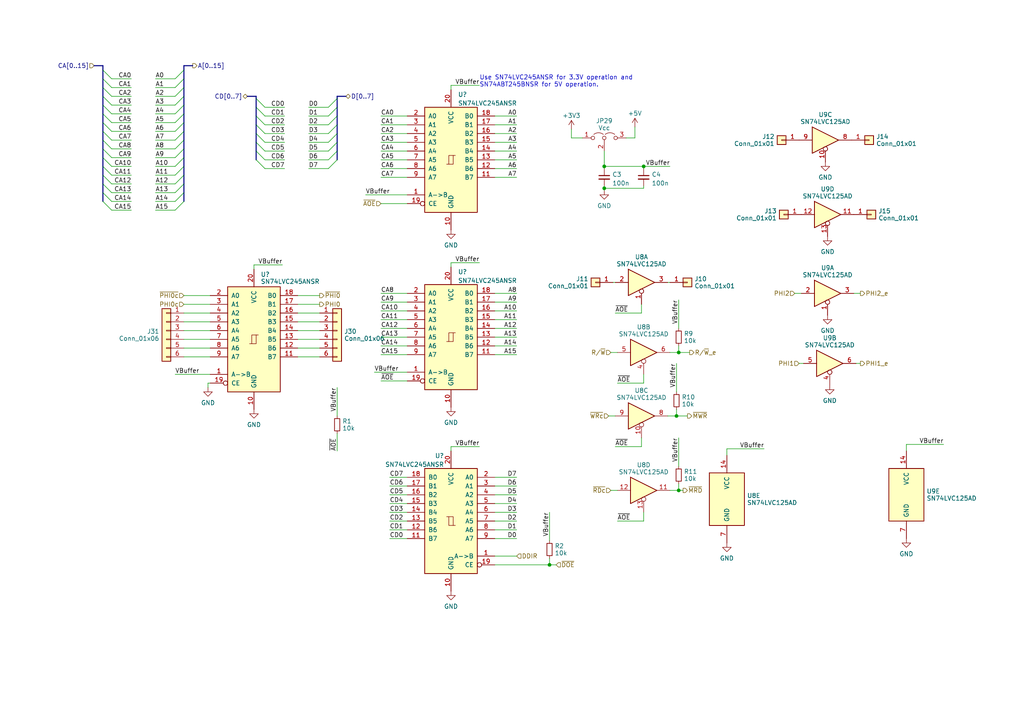
<source format=kicad_sch>
(kicad_sch (version 20230121) (generator eeschema)
  (paper "A4")
  (title_block (title "Unicomp v2 - empty CPU Board") (date "2023-07-06") (rev "v1") (company "100% Offner") (comment 1 "v1: Initial"))
  (lib_symbols
    (symbol "74xx:74LS125" (pin_names (offset 1.016))
      (property "Reference" "U" (at 0 1.27 0))
      (property "Value" "74LS125" (at 0 -1.27 0))
      (symbol "74LS125_1_0"
        (polyline (pts (xy -3.81 3.81) (xy -3.81 -3.81) (xy 3.81 0) (xy -3.81 3.81)) (stroke (width 0.254)) (fill (type background)))
        (pin input inverted (at 0 -6.35 90) (length 4.445) (name "~") (number "1"))
        (pin input line (at -7.62 0 0) (length 3.81) (name "~") (number "2"))
        (pin tri_state line (at 7.62 0 180) (length 3.81) (name "~") (number "3"))
      )
      (symbol "74LS125_2_0"
        (polyline (pts (xy -3.81 3.81) (xy -3.81 -3.81) (xy 3.81 0) (xy -3.81 3.81)) (stroke (width 0.254)) (fill (type background)))
        (pin input inverted (at 0 -6.35 90) (length 4.445) (name "~") (number "4"))
        (pin input line (at -7.62 0 0) (length 3.81) (name "~") (number "5"))
        (pin tri_state line (at 7.62 0 180) (length 3.81) (name "~") (number "6"))
      )
      (symbol "74LS125_3_0"
        (polyline (pts (xy -3.81 3.81) (xy -3.81 -3.81) (xy 3.81 0) (xy -3.81 3.81)) (stroke (width 0.254)) (fill (type background)))
        (pin input inverted (at 0 -6.35 90) (length 4.445) (name "~") (number "10"))
        (pin tri_state line (at 7.62 0 180) (length 3.81) (name "~") (number "8"))
        (pin input line (at -7.62 0 0) (length 3.81) (name "~") (number "9"))
      )
      (symbol "74LS125_4_0"
        (polyline (pts (xy -3.81 3.81) (xy -3.81 -3.81) (xy 3.81 0) (xy -3.81 3.81)) (stroke (width 0.254)) (fill (type background)))
        (pin tri_state line (at 7.62 0 180) (length 3.81) (name "~") (number "11"))
        (pin input line (at -7.62 0 0) (length 3.81) (name "~") (number "12"))
        (pin input inverted (at 0 -6.35 90) (length 4.445) (name "~") (number "13"))
      )
      (symbol "74LS125_5_0"
        (pin power_in line (at 0 12.7 270) (length 5.08) (name "VCC") (number "14"))
        (pin power_in line (at 0 -12.7 90) (length 5.08) (name "GND") (number "7"))
      )
      (symbol "74LS125_5_1"
        (rectangle (start -5.08 7.62) (end 5.08 -7.62) (stroke (width 0.254)) (fill (type background)))
      )
    )
    (symbol "74xx:74LS245" (pin_names (offset 1.016))
      (property "Reference" "U" (at -7.62 16.51 0))
      (property "Value" "74LS245" (at -7.62 -16.51 0))
      (symbol "74LS245_1_0"
        (polyline (pts (xy -0.635 -1.27) (xy -0.635 1.27) (xy 0.635 1.27)))
        (polyline (pts (xy -1.27 -1.27) (xy 0.635 -1.27) (xy 0.635 1.27) (xy 1.27 1.27)))
        (pin input line (at -12.7 -10.16 0) (length 5.08) (name "A->B") (number "1"))
        (pin power_in line (at 0 -20.32 90) (length 5.08) (name "GND") (number "10"))
        (pin tri_state line (at 12.7 -5.08 180) (length 5.08) (name "B7") (number "11"))
        (pin tri_state line (at 12.7 -2.54 180) (length 5.08) (name "B6") (number "12"))
        (pin tri_state line (at 12.7 0 180) (length 5.08) (name "B5") (number "13"))
        (pin tri_state line (at 12.7 2.54 180) (length 5.08) (name "B4") (number "14"))
        (pin tri_state line (at 12.7 5.08 180) (length 5.08) (name "B3") (number "15"))
        (pin tri_state line (at 12.7 7.62 180) (length 5.08) (name "B2") (number "16"))
        (pin tri_state line (at 12.7 10.16 180) (length 5.08) (name "B1") (number "17"))
        (pin tri_state line (at 12.7 12.7 180) (length 5.08) (name "B0") (number "18"))
        (pin input inverted (at -12.7 -12.7 0) (length 5.08) (name "CE") (number "19"))
        (pin tri_state line (at -12.7 12.7 0) (length 5.08) (name "A0") (number "2"))
        (pin power_in line (at 0 20.32 270) (length 5.08) (name "VCC") (number "20"))
        (pin tri_state line (at -12.7 10.16 0) (length 5.08) (name "A1") (number "3"))
        (pin tri_state line (at -12.7 7.62 0) (length 5.08) (name "A2") (number "4"))
        (pin tri_state line (at -12.7 5.08 0) (length 5.08) (name "A3") (number "5"))
        (pin tri_state line (at -12.7 2.54 0) (length 5.08) (name "A4") (number "6"))
        (pin tri_state line (at -12.7 0 0) (length 5.08) (name "A5") (number "7"))
        (pin tri_state line (at -12.7 -2.54 0) (length 5.08) (name "A6") (number "8"))
        (pin tri_state line (at -12.7 -5.08 0) (length 5.08) (name "A7") (number "9"))
      )
      (symbol "74LS245_1_1"
        (rectangle (start -7.62 15.24) (end 7.62 -15.24) (stroke (width 0.254)) (fill (type background)))
      )
    )
    (symbol "Connector_Generic:Conn_01x01" (pin_names (offset 1.016) hide)
      (property "Reference" "J" (at 0 2.54 0))
      (property "Value" "Conn_01x01" (at 0 -2.54 0))
      (symbol "Conn_01x01_1_1"
        (rectangle (start -1.27 0.127) (end 0 -0.127) (stroke (width 0.1524)))
        (rectangle (start -1.27 1.27) (end 1.27 -1.27) (stroke (width 0.254)) (fill (type background)))
        (pin passive line (at -5.08 0 0) (length 3.81) (name "Pin_1") (number "1"))
      )
    )
    (symbol "Connector_Generic:Conn_01x06" (pin_names (offset 1.016) hide)
      (property "Reference" "J" (at 0 7.62 0))
      (property "Value" "Conn_01x06" (at 0 -10.16 0))
      (symbol "Conn_01x06_1_1"
        (rectangle (start -1.27 -7.493) (end 0 -7.747) (stroke (width 0.1524)))
        (rectangle (start -1.27 -4.953) (end 0 -5.207) (stroke (width 0.1524)))
        (rectangle (start -1.27 -2.413) (end 0 -2.667) (stroke (width 0.1524)))
        (rectangle (start -1.27 0.127) (end 0 -0.127) (stroke (width 0.1524)))
        (rectangle (start -1.27 2.667) (end 0 2.413) (stroke (width 0.1524)))
        (rectangle (start -1.27 5.207) (end 0 4.953) (stroke (width 0.1524)))
        (rectangle (start -1.27 6.35) (end 1.27 -8.89) (stroke (width 0.254)) (fill (type background)))
        (pin passive line (at -5.08 5.08 0) (length 3.81) (name "Pin_1") (number "1"))
        (pin passive line (at -5.08 2.54 0) (length 3.81) (name "Pin_2") (number "2"))
        (pin passive line (at -5.08 0 0) (length 3.81) (name "Pin_3") (number "3"))
        (pin passive line (at -5.08 -2.54 0) (length 3.81) (name "Pin_4") (number "4"))
        (pin passive line (at -5.08 -5.08 0) (length 3.81) (name "Pin_5") (number "5"))
        (pin passive line (at -5.08 -7.62 0) (length 3.81) (name "Pin_6") (number "6"))
      )
    )
    (symbol "Device:C_Small" (pin_numbers hide) (pin_names (offset 0.254) hide)
      (property "Reference" "C" (at 0.254 1.778 0))
      (property "Value" "C_Small" (at 0.254 -2.032 0))
      (symbol "C_Small_0_1"
        (polyline (pts (xy -1.524 -0.508) (xy 1.524 -0.508)) (stroke (width 0.3302)))
        (polyline (pts (xy -1.524 0.508) (xy 1.524 0.508)) (stroke (width 0.3048)))
      )
      (symbol "C_Small_1_1"
        (pin passive line (at 0 2.54 270) (length 2.032) (name "~") (number "1"))
        (pin passive line (at 0 -2.54 90) (length 2.032) (name "~") (number "2"))
      )
    )
    (symbol "Device:R_Small" (pin_numbers hide) (pin_names (offset 0.254) hide)
      (property "Reference" "R" (at 0.762 0.508 0))
      (property "Value" "R_Small" (at 0.762 -1.016 0))
      (symbol "R_Small_0_1"
        (rectangle (start -0.762 1.778) (end 0.762 -1.778) (stroke (width 0.2032)))
      )
      (symbol "R_Small_1_1"
        (pin passive line (at 0 2.54 270) (length 0.762) (name "~") (number "1"))
        (pin passive line (at 0 -2.54 90) (length 0.762) (name "~") (number "2"))
      )
    )
    (symbol "Jumper:Jumper_3_Open" (pin_names (offset 0) hide)
      (property "Reference" "JP" (at -2.54 -2.54 0))
      (property "Value" "Jumper_3_Open" (at 0 2.794 0))
      (symbol "Jumper_3_Open_0_0"
        (circle (center -3.302 0) (radius 0.508))
        (circle (center 0 0) (radius 0.508))
        (circle (center 3.302 0) (radius 0.508))
      )
      (symbol "Jumper_3_Open_0_1"
        (arc (start -0.254 1.016) (mid -1.651 1.4992) (end -3.048 1.016))
        (polyline (pts (xy 0 -0.508) (xy 0 -1.27)))
        (arc (start 3.048 1.016) (mid 1.651 1.4992) (end 0.254 1.016))
      )
      (symbol "Jumper_3_Open_1_1"
        (pin passive line (at -6.35 0 0) (length 2.54) (name "A") (number "1"))
        (pin passive line (at 0 -3.81 90) (length 2.54) (name "C") (number "2"))
        (pin passive line (at 6.35 0 180) (length 2.54) (name "B") (number "3"))
      )
    )
    (symbol "power:+3V3" (power) (pin_names (offset 0))
      (property "Value" "+3V3" (at 0 3.556 0))
      (symbol "+3V3_0_1"
        (polyline (pts (xy -0.762 1.27) (xy 0 2.54)))
        (polyline (pts (xy 0 0) (xy 0 2.54)))
        (polyline (pts (xy 0 2.54) (xy 0.762 1.27)))
      )
      (symbol "+3V3_1_1"
        (pin power_in line (at 0 0 90) (length 0) hide (name "+3V3") (number "1"))
      )
    )
    (symbol "power:+5V" (power) (pin_names (offset 0))
      (property "Value" "+5V" (at 0 3.556 0))
      (symbol "+5V_0_1"
        (polyline (pts (xy -0.762 1.27) (xy 0 2.54)))
        (polyline (pts (xy 0 0) (xy 0 2.54)))
        (polyline (pts (xy 0 2.54) (xy 0.762 1.27)))
      )
      (symbol "+5V_1_1"
        (pin power_in line (at 0 0 90) (length 0) hide (name "+5V") (number "1"))
      )
    )
    (symbol "power:GND" (power) (pin_names (offset 0))
      (property "Value" "GND" (at 0 -3.81 0))
      (symbol "GND_0_1"
        (polyline (pts (xy 0 0) (xy 0 -1.27) (xy 1.27 -1.27) (xy 0 -2.54) (xy -1.27 -1.27) (xy 0 -1.27)))
      )
      (symbol "GND_1_1"
        (pin power_in line (at 0 0 270) (length 0) hide (name "GND") (number "1"))
      )
    )
  )
  (junction (at 196.215 120.65))
  (junction (at 186.69 48.26))
  (junction (at 196.85 102.235))
  (junction (at 196.85 142.24))
  (junction (at 159.385 163.83))
  (junction (at 175.26 48.26))
  (junction (at 175.26 54.61))
  (bus_entry (at 53.34 22.86) (size -2.54 2.54))
  (bus_entry (at 53.34 53.34) (size -2.54 2.54))
  (bus_entry (at 53.34 25.4) (size -2.54 2.54))
  (bus_entry (at 53.34 43.18) (size -2.54 2.54))
  (bus_entry (at 29.845 53.34) (size 2.54 2.54))
  (bus_entry (at 29.845 22.86) (size 2.54 2.54))
  (bus_entry (at 29.845 45.72) (size 2.54 2.54))
  (bus_entry (at 29.845 27.94) (size 2.54 2.54))
  (bus_entry (at 74.295 41.275) (size 2.54 2.54))
  (bus_entry (at 29.845 30.48) (size 2.54 2.54))
  (bus_entry (at 29.845 58.42) (size 2.54 2.54))
  (bus_entry (at 74.295 36.195) (size 2.54 2.54))
  (bus_entry (at 74.295 38.735) (size 2.54 2.54))
  (bus_entry (at 29.845 55.88) (size 2.54 2.54))
  (bus_entry (at 74.295 43.815) (size 2.54 2.54))
  (bus_entry (at 53.34 40.64) (size -2.54 2.54))
  (bus_entry (at 53.34 55.88) (size -2.54 2.54))
  (bus_entry (at 97.79 28.575) (size -2.54 2.54))
  (bus_entry (at 74.295 28.575) (size 2.54 2.54))
  (bus_entry (at 29.845 50.8) (size 2.54 2.54))
  (bus_entry (at 53.34 30.48) (size -2.54 2.54))
  (bus_entry (at 29.845 48.26) (size 2.54 2.54))
  (bus_entry (at 53.34 38.1) (size -2.54 2.54))
  (bus_entry (at 53.34 45.72) (size -2.54 2.54))
  (bus_entry (at 53.34 33.02) (size -2.54 2.54))
  (bus_entry (at 53.34 58.42) (size -2.54 2.54))
  (bus_entry (at 53.34 35.56) (size -2.54 2.54))
  (bus_entry (at 53.34 20.32) (size -2.54 2.54))
  (bus_entry (at 74.295 46.355) (size 2.54 2.54))
  (bus_entry (at 74.295 31.115) (size 2.54 2.54))
  (bus_entry (at 74.295 33.655) (size 2.54 2.54))
  (bus_entry (at 97.79 31.115) (size -2.54 2.54))
  (bus_entry (at 53.34 50.8) (size -2.54 2.54))
  (bus_entry (at 29.845 38.1) (size 2.54 2.54))
  (bus_entry (at 29.845 43.18) (size 2.54 2.54))
  (bus_entry (at 29.845 25.4) (size 2.54 2.54))
  (bus_entry (at 53.34 27.94) (size -2.54 2.54))
  (bus_entry (at 97.79 36.195) (size -2.54 2.54))
  (bus_entry (at 53.34 48.26) (size -2.54 2.54))
  (bus_entry (at 97.79 43.815) (size -2.54 2.54))
  (bus_entry (at 29.845 35.56) (size 2.54 2.54))
  (bus_entry (at 97.79 46.355) (size -2.54 2.54))
  (bus_entry (at 29.845 20.32) (size 2.54 2.54))
  (bus_entry (at 97.79 41.275) (size -2.54 2.54))
  (bus_entry (at 29.845 40.64) (size 2.54 2.54))
  (bus_entry (at 97.79 33.655) (size -2.54 2.54))
  (bus_entry (at 29.845 33.02) (size 2.54 2.54))
  (bus_entry (at 97.79 38.735) (size -2.54 2.54))
  (wire (pts (xy 175.26 48.26) (xy 175.26 48.895)))
  (wire (pts (xy 89.535 36.195) (xy 95.25 36.195)))
  (wire (pts (xy 143.51 95.25) (xy 149.86 95.25)))
  (wire (pts (xy 110.49 41.275) (xy 118.11 41.275)))
  (bus (pts (xy 29.845 50.8) (xy 29.845 48.26)))
  (bus (pts (xy 97.79 43.815) (xy 97.79 41.275)))
  (bus (pts (xy 29.845 48.26) (xy 29.845 45.72)))
  (wire (pts (xy 139.065 76.2) (xy 130.81 76.2)))
  (wire (pts (xy 118.11 143.51) (xy 113.03 143.51)))
  (wire (pts (xy 110.49 90.17) (xy 118.11 90.17)))
  (wire (pts (xy 86.36 95.885) (xy 92.71 95.885)))
  (wire (pts (xy 130.81 76.2) (xy 130.81 77.47)))
  (bus (pts (xy 97.79 41.275) (xy 97.79 38.735)))
  (wire (pts (xy 89.535 48.895) (xy 95.25 48.895)))
  (wire (pts (xy 89.535 31.115) (xy 95.25 31.115)))
  (wire (pts (xy 50.8 108.585) (xy 60.96 108.585)))
  (bus (pts (xy 53.34 33.02) (xy 53.34 30.48)))
  (wire (pts (xy 45.085 30.48) (xy 50.8 30.48)))
  (bus (pts (xy 53.34 38.1) (xy 53.34 35.56)))
  (wire (pts (xy 89.535 38.735) (xy 95.25 38.735)))
  (wire (pts (xy 143.51 43.815) (xy 149.86 43.815)))
  (bus (pts (xy 29.845 38.1) (xy 29.845 35.56)))
  (wire (pts (xy 110.49 48.895) (xy 118.11 48.895)))
  (wire (pts (xy 38.1 38.1) (xy 32.385 38.1)))
  (bus (pts (xy 53.34 30.48) (xy 53.34 27.94)))
  (wire (pts (xy 89.535 33.655) (xy 95.25 33.655)))
  (wire (pts (xy 110.49 43.815) (xy 118.11 43.815)))
  (wire (pts (xy 45.085 27.94) (xy 50.8 27.94)))
  (wire (pts (xy 177.8 81.915) (xy 178.435 81.915)))
  (wire (pts (xy 193.675 120.65) (xy 196.215 120.65)))
  (wire (pts (xy 82.55 41.275) (xy 76.835 41.275)))
  (wire (pts (xy 38.1 50.8) (xy 32.385 50.8)))
  (wire (pts (xy 231.775 105.41) (xy 233.045 105.41)))
  (bus (pts (xy 53.34 45.72) (xy 53.34 43.18)))
  (wire (pts (xy 86.36 90.805) (xy 92.71 90.805)))
  (wire (pts (xy 110.49 110.49) (xy 118.11 110.49)))
  (wire (pts (xy 177.165 102.235) (xy 179.07 102.235)))
  (wire (pts (xy 143.51 48.895) (xy 149.86 48.895)))
  (wire (pts (xy 196.85 140.335) (xy 196.85 142.24)))
  (bus (pts (xy 74.295 38.735) (xy 74.295 36.195)))
  (wire (pts (xy 82.55 48.895) (xy 76.835 48.895)))
  (wire (pts (xy 53.34 93.345) (xy 60.96 93.345)))
  (wire (pts (xy 184.15 36.83) (xy 184.15 40.005)))
  (wire (pts (xy 53.34 85.725) (xy 60.96 85.725)))
  (wire (pts (xy 186.055 90.805) (xy 186.055 88.265)))
  (wire (pts (xy 38.1 30.48) (xy 32.385 30.48)))
  (wire (pts (xy 38.1 55.88) (xy 32.385 55.88)))
  (wire (pts (xy 184.15 40.005) (xy 181.61 40.005)))
  (wire (pts (xy 82.55 38.735) (xy 76.835 38.735)))
  (wire (pts (xy 186.69 48.26) (xy 194.31 48.26)))
  (wire (pts (xy 45.085 53.34) (xy 50.8 53.34)))
  (bus (pts (xy 53.34 22.86) (xy 53.34 20.32)))
  (bus (pts (xy 53.34 25.4) (xy 53.34 22.86)))
  (wire (pts (xy 110.49 33.655) (xy 118.11 33.655)))
  (wire (pts (xy 149.86 156.21) (xy 143.51 156.21)))
  (wire (pts (xy 176.53 120.65) (xy 178.435 120.65)))
  (bus (pts (xy 53.34 27.94) (xy 53.34 25.4)))
  (wire (pts (xy 175.26 54.61) (xy 186.69 54.61)))
  (wire (pts (xy 149.86 138.43) (xy 143.51 138.43)))
  (wire (pts (xy 86.36 98.425) (xy 92.71 98.425)))
  (wire (pts (xy 45.085 60.96) (xy 50.8 60.96)))
  (wire (pts (xy 196.85 142.24) (xy 198.12 142.24)))
  (bus (pts (xy 29.845 35.56) (xy 29.845 33.02)))
  (wire (pts (xy 38.1 35.56) (xy 32.385 35.56)))
  (wire (pts (xy 45.085 25.4) (xy 50.8 25.4)))
  (bus (pts (xy 29.845 19.05) (xy 27.305 19.05)))
  (wire (pts (xy 186.69 54.61) (xy 186.69 53.975)))
  (wire (pts (xy 130.81 24.765) (xy 130.81 26.035)))
  (bus (pts (xy 53.34 20.32) (xy 53.34 19.05)))
  (wire (pts (xy 89.535 46.355) (xy 95.25 46.355)))
  (bus (pts (xy 74.295 27.94) (xy 71.755 27.94)))
  (wire (pts (xy 106.045 56.515) (xy 118.11 56.515)))
  (wire (pts (xy 118.11 156.21) (xy 113.03 156.21)))
  (bus (pts (xy 97.79 27.94) (xy 100.33 27.94)))
  (wire (pts (xy 110.49 51.435) (xy 118.11 51.435)))
  (bus (pts (xy 97.79 36.195) (xy 97.79 33.655)))
  (bus (pts (xy 29.845 30.48) (xy 29.845 27.94)))
  (wire (pts (xy 262.89 130.81) (xy 262.89 128.905)))
  (wire (pts (xy 110.49 100.33) (xy 118.11 100.33)))
  (wire (pts (xy 45.085 22.86) (xy 50.8 22.86)))
  (wire (pts (xy 196.215 105.41) (xy 196.215 113.665)))
  (bus (pts (xy 29.845 40.64) (xy 29.845 38.1)))
  (wire (pts (xy 143.51 87.63) (xy 149.86 87.63)))
  (wire (pts (xy 110.49 36.195) (xy 118.11 36.195)))
  (wire (pts (xy 53.34 100.965) (xy 60.96 100.965)))
  (wire (pts (xy 38.1 60.96) (xy 32.385 60.96)))
  (wire (pts (xy 110.49 92.71) (xy 118.11 92.71)))
  (wire (pts (xy 159.385 161.925) (xy 159.385 163.83)))
  (wire (pts (xy 45.085 35.56) (xy 50.8 35.56)))
  (wire (pts (xy 38.1 33.02) (xy 32.385 33.02)))
  (bus (pts (xy 53.34 50.8) (xy 53.34 48.26)))
  (wire (pts (xy 143.51 38.735) (xy 149.86 38.735)))
  (wire (pts (xy 38.1 48.26) (xy 32.385 48.26)))
  (wire (pts (xy 45.085 58.42) (xy 50.8 58.42)))
  (wire (pts (xy 143.51 51.435) (xy 149.86 51.435)))
  (bus (pts (xy 29.845 43.18) (xy 29.845 40.64)))
  (bus (pts (xy 29.845 53.34) (xy 29.845 50.8)))
  (bus (pts (xy 29.845 58.42) (xy 29.845 55.88)))
  (wire (pts (xy 108.585 107.95) (xy 118.11 107.95)))
  (wire (pts (xy 143.51 46.355) (xy 149.86 46.355)))
  (wire (pts (xy 45.085 50.8) (xy 50.8 50.8)))
  (wire (pts (xy 159.385 148.59) (xy 159.385 156.845)))
  (wire (pts (xy 193.675 81.915) (xy 194.31 81.915)))
  (wire (pts (xy 118.11 153.67) (xy 113.03 153.67)))
  (wire (pts (xy 38.1 22.86) (xy 32.385 22.86)))
  (wire (pts (xy 262.89 128.905) (xy 273.685 128.905)))
  (wire (pts (xy 110.49 46.355) (xy 118.11 46.355)))
  (wire (pts (xy 247.65 85.09) (xy 249.555 85.09)))
  (bus (pts (xy 97.79 33.655) (xy 97.79 31.115)))
  (bus (pts (xy 29.845 25.4) (xy 29.845 22.86)))
  (wire (pts (xy 86.36 93.345) (xy 92.71 93.345)))
  (wire (pts (xy 143.51 90.17) (xy 149.86 90.17)))
  (bus (pts (xy 97.79 28.575) (xy 97.79 27.94)))
  (wire (pts (xy 53.34 98.425) (xy 60.96 98.425)))
  (wire (pts (xy 118.11 148.59) (xy 113.03 148.59)))
  (wire (pts (xy 179.07 111.125) (xy 186.69 111.125)))
  (bus (pts (xy 97.79 38.735) (xy 97.79 36.195)))
  (bus (pts (xy 29.845 22.86) (xy 29.845 20.32)))
  (wire (pts (xy 53.34 88.265) (xy 60.96 88.265)))
  (bus (pts (xy 29.845 33.02) (xy 29.845 30.48)))
  (wire (pts (xy 143.51 41.275) (xy 149.86 41.275)))
  (bus (pts (xy 29.845 55.88) (xy 29.845 53.34)))
  (bus (pts (xy 29.845 20.32) (xy 29.845 19.05)))
  (bus (pts (xy 53.34 35.56) (xy 53.34 33.02)))
  (wire (pts (xy 81.915 76.835) (xy 73.66 76.835)))
  (bus (pts (xy 74.295 33.655) (xy 74.295 31.115)))
  (wire (pts (xy 194.31 102.235) (xy 196.85 102.235)))
  (wire (pts (xy 186.69 48.26) (xy 186.69 48.895)))
  (wire (pts (xy 86.36 85.725) (xy 92.71 85.725)))
  (wire (pts (xy 82.55 46.355) (xy 76.835 46.355)))
  (wire (pts (xy 194.31 142.24) (xy 196.85 142.24)))
  (wire (pts (xy 38.1 25.4) (xy 32.385 25.4)))
  (wire (pts (xy 82.55 43.815) (xy 76.835 43.815)))
  (wire (pts (xy 210.82 130.175) (xy 221.615 130.175)))
  (wire (pts (xy 175.26 43.815) (xy 175.26 48.26)))
  (wire (pts (xy 82.55 36.195) (xy 76.835 36.195)))
  (wire (pts (xy 38.1 45.72) (xy 32.385 45.72)))
  (bus (pts (xy 53.34 19.05) (xy 55.88 19.05)))
  (bus (pts (xy 74.295 31.115) (xy 74.295 28.575)))
  (wire (pts (xy 45.085 40.64) (xy 50.8 40.64)))
  (wire (pts (xy 186.69 111.125) (xy 186.69 108.585)))
  (wire (pts (xy 73.66 76.835) (xy 73.66 78.105)))
  (wire (pts (xy 143.51 102.87) (xy 149.86 102.87)))
  (wire (pts (xy 196.85 86.995) (xy 196.85 95.25)))
  (wire (pts (xy 45.085 48.26) (xy 50.8 48.26)))
  (wire (pts (xy 60.325 111.125) (xy 60.96 111.125)))
  (wire (pts (xy 38.1 58.42) (xy 32.385 58.42)))
  (wire (pts (xy 143.51 163.83) (xy 159.385 163.83)))
  (bus (pts (xy 53.34 58.42) (xy 53.34 55.88)))
  (bus (pts (xy 74.295 28.575) (xy 74.295 27.94)))
  (wire (pts (xy 149.86 153.67) (xy 143.51 153.67)))
  (wire (pts (xy 149.86 148.59) (xy 143.51 148.59)))
  (wire (pts (xy 45.085 55.88) (xy 50.8 55.88)))
  (wire (pts (xy 82.55 33.655) (xy 76.835 33.655)))
  (bus (pts (xy 74.295 41.275) (xy 74.295 38.735)))
  (wire (pts (xy 177.165 142.24) (xy 179.07 142.24)))
  (wire (pts (xy 168.91 40.005) (xy 165.735 40.005)))
  (wire (pts (xy 139.065 129.54) (xy 130.81 129.54)))
  (wire (pts (xy 60.325 112.395) (xy 60.325 111.125)))
  (bus (pts (xy 97.79 46.355) (xy 97.79 43.815)))
  (wire (pts (xy 89.535 43.815) (xy 95.25 43.815)))
  (bus (pts (xy 53.34 43.18) (xy 53.34 40.64)))
  (wire (pts (xy 89.535 41.275) (xy 95.25 41.275)))
  (wire (pts (xy 196.85 100.33) (xy 196.85 102.235)))
  (bus (pts (xy 53.34 55.88) (xy 53.34 53.34)))
  (bus (pts (xy 29.845 45.72) (xy 29.845 43.18)))
  (wire (pts (xy 38.1 53.34) (xy 32.385 53.34)))
  (wire (pts (xy 38.1 43.18) (xy 32.385 43.18)))
  (wire (pts (xy 53.34 90.805) (xy 60.96 90.805)))
  (bus (pts (xy 74.295 36.195) (xy 74.295 33.655)))
  (wire (pts (xy 161.29 163.83) (xy 159.385 163.83)))
  (wire (pts (xy 196.215 120.65) (xy 199.39 120.65)))
  (wire (pts (xy 110.49 87.63) (xy 118.11 87.63)))
  (bus (pts (xy 29.845 27.94) (xy 29.845 25.4)))
  (wire (pts (xy 143.51 100.33) (xy 149.86 100.33)))
  (wire (pts (xy 143.51 92.71) (xy 149.86 92.71)))
  (wire (pts (xy 45.085 38.1) (xy 50.8 38.1)))
  (wire (pts (xy 175.26 55.245) (xy 175.26 54.61)))
  (wire (pts (xy 196.215 118.745) (xy 196.215 120.65)))
  (wire (pts (xy 179.07 151.13) (xy 186.69 151.13)))
  (wire (pts (xy 118.11 146.05) (xy 113.03 146.05)))
  (wire (pts (xy 186.69 151.13) (xy 186.69 148.59)))
  (wire (pts (xy 143.51 36.195) (xy 149.86 36.195)))
  (bus (pts (xy 53.34 53.34) (xy 53.34 50.8)))
  (wire (pts (xy 149.86 140.97) (xy 143.51 140.97)))
  (wire (pts (xy 110.49 85.09) (xy 118.11 85.09)))
  (wire (pts (xy 118.11 140.97) (xy 113.03 140.97)))
  (wire (pts (xy 196.85 127) (xy 196.85 135.255)))
  (bus (pts (xy 53.34 40.64) (xy 53.34 38.1)))
  (wire (pts (xy 230.505 85.09) (xy 232.41 85.09)))
  (wire (pts (xy 110.49 102.87) (xy 118.11 102.87)))
  (wire (pts (xy 110.49 97.79) (xy 118.11 97.79)))
  (wire (pts (xy 196.85 102.235) (xy 200.025 102.235)))
  (wire (pts (xy 97.79 125.73) (xy 97.79 130.81)))
  (wire (pts (xy 130.81 129.54) (xy 130.81 130.81)))
  (wire (pts (xy 97.79 112.395) (xy 97.79 120.65)))
  (wire (pts (xy 110.49 59.055) (xy 118.11 59.055)))
  (bus (pts (xy 74.295 46.355) (xy 74.295 43.815)))
  (wire (pts (xy 249.555 105.41) (xy 248.285 105.41)))
  (wire (pts (xy 86.36 100.965) (xy 92.71 100.965)))
  (wire (pts (xy 186.055 129.54) (xy 186.055 127)))
  (wire (pts (xy 86.36 103.505) (xy 92.71 103.505)))
  (wire (pts (xy 118.11 138.43) (xy 113.03 138.43)))
  (wire (pts (xy 143.51 33.655) (xy 149.86 33.655)))
  (wire (pts (xy 86.36 88.265) (xy 92.71 88.265)))
  (wire (pts (xy 53.34 95.885) (xy 60.96 95.885)))
  (wire (pts (xy 165.735 37.465) (xy 165.735 40.005)))
  (wire (pts (xy 110.49 95.25) (xy 118.11 95.25)))
  (wire (pts (xy 143.51 97.79) (xy 149.86 97.79)))
  (wire (pts (xy 38.1 27.94) (xy 32.385 27.94)))
  (wire (pts (xy 45.085 45.72) (xy 50.8 45.72)))
  (wire (pts (xy 149.86 151.13) (xy 143.51 151.13)))
  (bus (pts (xy 74.295 43.815) (xy 74.295 41.275)))
  (wire (pts (xy 118.11 151.13) (xy 113.03 151.13)))
  (wire (pts (xy 175.26 48.26) (xy 186.69 48.26)))
  (wire (pts (xy 45.085 43.18) (xy 50.8 43.18)))
  (wire (pts (xy 143.51 85.09) (xy 149.86 85.09)))
  (wire (pts (xy 178.435 90.805) (xy 186.055 90.805)))
  (wire (pts (xy 149.86 143.51) (xy 143.51 143.51)))
  (wire (pts (xy 53.34 103.505) (xy 60.96 103.505)))
  (wire (pts (xy 82.55 31.115) (xy 76.835 31.115)))
  (wire (pts (xy 149.86 146.05) (xy 143.51 146.05)))
  (wire (pts (xy 210.82 132.08) (xy 210.82 130.175)))
  (wire (pts (xy 178.435 129.54) (xy 186.055 129.54)))
  (bus (pts (xy 97.79 31.115) (xy 97.79 28.575)))
  (wire (pts (xy 38.1 40.64) (xy 32.385 40.64)))
  (bus (pts (xy 53.34 48.26) (xy 53.34 45.72)))
  (wire (pts (xy 139.065 24.765) (xy 130.81 24.765)))
  (wire (pts (xy 45.085 33.02) (xy 50.8 33.02)))
  (wire (pts (xy 149.86 161.29) (xy 143.51 161.29)))
  (wire (pts (xy 110.49 38.735) (xy 118.11 38.735)))
  (wire (pts (xy 175.26 54.61) (xy 175.26 53.975)))
  (text "Use SN74LVC245ANSR for 3.3V operation and\nSN74ABT245BNSR for 5V operation." (at 139.065 25.4 0) (effects (font (size 1.27 1.27)) (justify left bottom)))
  (label "VBuffer" (at 50.8 108.585 0))
  (label "CA9" (at 110.49 87.63 0))
  (label "CA8" (at 38.1 43.18 180))
  (label "A5" (at 45.085 35.56 0))
  (label "CD2" (at 82.55 36.195 180))
  (label "D2" (at 89.535 36.195 0))
  (label "A14" (at 45.085 58.42 0))
  (label "A11" (at 45.085 50.8 0))
  (label "CD3" (at 113.03 148.59 0))
  (label "CD3" (at 82.55 38.735 180))
  (label "D4" (at 149.86 146.05 180))
  (label "CD6" (at 82.55 46.355 180))
  (label "A14" (at 149.86 100.33 180))
  (label "A2" (at 45.085 27.94 0))
  (label "A7" (at 45.085 40.64 0))
  (label "VBuffer" (at 108.585 107.95 0))
  (label "~{AOE}" (at 178.435 90.805 0))
  (label "~{AOE}" (at 178.435 129.54 0))
  (label "A15" (at 45.085 60.96 0))
  (label "CA5" (at 110.49 46.355 0))
  (label "D3" (at 89.535 38.735 0))
  (label "CA3" (at 110.49 41.275 0))
  (label "A13" (at 149.86 97.79 180))
  (label "D5" (at 89.535 43.815 0))
  (label "VBuffer" (at 196.85 127 270))
  (label "A1" (at 45.085 25.4 0))
  (label "D2" (at 149.86 151.13 180))
  (label "A8" (at 45.085 43.18 0))
  (label "A8" (at 149.86 85.09 180))
  (label "VBuffer" (at 194.31 48.26 180))
  (label "CA2" (at 38.1 27.94 180))
  (label "CD0" (at 82.55 31.115 180))
  (label "D0" (at 149.86 156.21 180))
  (label "VBuffer" (at 196.85 86.995 270))
  (label "CD2" (at 113.03 151.13 0))
  (label "D6" (at 149.86 140.97 180))
  (label "CD6" (at 113.03 140.97 0))
  (label "CA1" (at 38.1 25.4 180))
  (label "A9" (at 149.86 87.63 180))
  (label "VBuffer" (at 81.915 76.835 180))
  (label "A5" (at 149.86 46.355 180))
  (label "CA8" (at 110.49 85.09 0))
  (label "CD7" (at 113.03 138.43 0))
  (label "D1" (at 89.535 33.655 0))
  (label "VBuffer" (at 139.065 129.54 180))
  (label "CA1" (at 110.49 36.195 0))
  (label "D7" (at 149.86 138.43 180))
  (label "CD7" (at 82.55 48.895 180))
  (label "~{AOE}" (at 179.07 151.13 0))
  (label "A4" (at 45.085 33.02 0))
  (label "D0" (at 89.535 31.115 0))
  (label "D6" (at 89.535 46.355 0))
  (label "CA6" (at 110.49 48.895 0))
  (label "CA7" (at 110.49 51.435 0))
  (label "A7" (at 149.86 51.435 180))
  (label "CA14" (at 38.1 58.42 180))
  (label "CD4" (at 82.55 41.275 180))
  (label "A6" (at 149.86 48.895 180))
  (label "A6" (at 45.085 38.1 0))
  (label "CA10" (at 110.49 90.17 0))
  (label "~{AOE}" (at 97.79 130.81 90))
  (label "CA5" (at 38.1 35.56 180))
  (label "CD0" (at 113.03 156.21 0))
  (label "CD1" (at 113.03 153.67 0))
  (label "CA9" (at 38.1 45.72 180))
  (label "VBuffer" (at 159.385 148.59 270))
  (label "CD4" (at 113.03 146.05 0))
  (label "A9" (at 45.085 45.72 0))
  (label "CD1" (at 82.55 33.655 180))
  (label "CA10" (at 38.1 48.26 180))
  (label "A1" (at 149.86 36.195 180))
  (label "A12" (at 45.085 53.34 0))
  (label "~{AOE}" (at 110.49 110.49 0))
  (label "VBuffer" (at 196.215 105.41 270))
  (label "~{AOE}" (at 179.07 111.125 0))
  (label "A10" (at 149.86 90.17 180))
  (label "CA4" (at 38.1 33.02 180))
  (label "VBuffer" (at 139.065 76.2 180))
  (label "CA12" (at 38.1 53.34 180))
  (label "D7" (at 89.535 48.895 0))
  (label "VBuffer" (at 97.79 112.395 270))
  (label "A12" (at 149.86 95.25 180))
  (label "A4" (at 149.86 43.815 180))
  (label "CA12" (at 110.49 95.25 0))
  (label "VBuffer" (at 106.045 56.515 0))
  (label "CA11" (at 110.49 92.71 0))
  (label "CA2" (at 110.49 38.735 0))
  (label "VBuffer" (at 139.065 24.765 180))
  (label "A3" (at 45.085 30.48 0))
  (label "A2" (at 149.86 38.735 180))
  (label "CA3" (at 38.1 30.48 180))
  (label "A10" (at 45.085 48.26 0))
  (label "CA6" (at 38.1 38.1 180))
  (label "VBuffer" (at 273.685 128.905 180))
  (label "A15" (at 149.86 102.87 180))
  (label "CA0" (at 38.1 22.86 180))
  (label "D4" (at 89.535 41.275 0))
  (label "VBuffer" (at 221.615 130.175 180))
  (label "D3" (at 149.86 148.59 180))
  (label "CA14" (at 110.49 100.33 0))
  (label "D5" (at 149.86 143.51 180))
  (label "A3" (at 149.86 41.275 180))
  (label "A13" (at 45.085 55.88 0))
  (label "A0" (at 45.085 22.86 0))
  (label "CA15" (at 110.49 102.87 0))
  (label "A11" (at 149.86 92.71 180))
  (label "A0" (at 149.86 33.655 180))
  (label "CD5" (at 113.03 143.51 0))
  (label "CA4" (at 110.49 43.815 0))
  (label "CD5" (at 82.55 43.815 180))
  (label "D1" (at 149.86 153.67 180))
  (label "CA13" (at 38.1 55.88 180))
  (label "CA11" (at 38.1 50.8 180))
  (label "CA7" (at 38.1 40.64 180))
  (label "CA0" (at 110.49 33.655 0))
  (label "CA15" (at 38.1 60.96 180))
  (label "CA13" (at 110.49 97.79 0))
  (hierarchical_label "~{RDc}" (shape input) (at 177.165 142.24 180))
  (hierarchical_label "DDIR" (shape input) (at 149.86 161.29 0))
  (hierarchical_label "CD[0..7]" (shape bidirectional) (at 71.755 27.94 180))
  (hierarchical_label "R{slash}~{W}_e" (shape output) (at 200.025 102.235 0))
  (hierarchical_label "D[0..7]" (shape bidirectional) (at 100.33 27.94 0))
  (hierarchical_label "PHI1_e" (shape output) (at 249.555 105.41 0))
  (hierarchical_label "A[0..15]" (shape output) (at 55.88 19.05 0))
  (hierarchical_label "R{slash}~{W}" (shape input) (at 177.165 102.235 180))
  (hierarchical_label "~{PHI0}" (shape output) (at 92.71 85.725 0))
  (hierarchical_label "~{AOE}" (shape input) (at 110.49 59.055 180))
  (hierarchical_label "PHI1" (shape input) (at 231.775 105.41 180))
  (hierarchical_label "PHI2" (shape input) (at 230.505 85.09 180))
  (hierarchical_label "~{MRD}" (shape output) (at 198.12 142.24 0))
  (hierarchical_label "~{WRc}" (shape input) (at 176.53 120.65 180))
  (hierarchical_label "~{DOE}" (shape input) (at 161.29 163.83 0))
  (hierarchical_label "CA[0..15]" (shape input) (at 27.305 19.05 180))
  (hierarchical_label "PHI2_e" (shape output) (at 249.555 85.09 0))
  (hierarchical_label "~{PHI0c}" (shape input) (at 53.34 85.725 180))
  (hierarchical_label "PHI0c" (shape input) (at 53.34 88.265 180))
  (hierarchical_label "PHI0" (shape output) (at 92.71 88.265 0))
  (hierarchical_label "~{MWR}" (shape output) (at 199.39 120.65 0))
  (symbol (lib_id "74xx:74LS125") (at 240.665 105.41 0) (unit 2)
    (property "Reference" "U9" (at 240.665 98.02 0))
    (property "Value" "SN74LVC125AD" (at 240.665 100.068 0))
    (property "Footprint" "Package_SO:SOIC-14_3.9x8.7mm_P1.27mm" (effects hide))
    (property "Datasheet" "http://www.ti.com/lit/gpn/sn74LS125" (effects hide))
  )
  (symbol (lib_id "74xx:74LS245") (at 73.66 98.425 0) (unit 1)
    (property "Reference" "U?" (at 75.6159 79.605 0) (effects (justify left)))
    (property "Value" "SN74LVC245ANSR" (at 75.6159 81.653 0) (effects (justify left)))
    (property "Footprint" "Package_SO:SO-20_5.3x12.6mm_P1.27mm" (effects hide))
    (property "Datasheet" "http://www.ti.com/lit/gpn/sn74LS245" (effects hide))
    (instances (project "empty_CPU_board_w_CPLD" (path "" (reference "U?") (unit 1)) (path "" (reference "U6") (unit 1))))
  )
  (symbol (lib_id "Connector_Generic:Conn_01x06") (at 97.79 95.885 0) (unit 1)
    (property "Reference" "J30" (at 99.822 96.131 0) (effects (justify left)))
    (property "Value" "Conn_01x06" (at 99.822 98.179 0) (effects (justify left)))
    (property "Footprint" "Connector_PinHeader_1.27mm:PinHeader_1x06_P1.27mm_Vertical" (effects hide))
  )
  (symbol (lib_id "Device:R_Small") (at 159.385 159.385 0) (unit 1)
    (property "Reference" "R2" (at 160.8836 158.361 0) (effects (justify left)))
    (property "Value" "10k" (at 160.8836 160.409 0) (effects (justify left)))
    (property "Footprint" "Resistor_SMD:R_1206_3216Metric_Pad1.30x1.75mm_HandSolder" (effects hide))
  )
  (symbol (lib_id "Connector_Generic:Conn_01x01") (at 252.73 62.23 0) (unit 1)
    (property "Reference" "J15" (at 254.762 61.206 0) (effects (justify left)))
    (property "Value" "Conn_01x01" (at 254.762 63.254 0) (effects (justify left)))
    (property "Footprint" "Connector_PinHeader_1.27mm:PinHeader_1x01_P1.27mm_Vertical" (effects hide))
  )
  (symbol (lib_id "74xx:74LS125") (at 240.03 85.09 0) (unit 1)
    (property "Reference" "U9" (at 240.03 77.7 0))
    (property "Value" "SN74LVC125AD" (at 240.03 79.748 0))
    (property "Footprint" "Package_SO:SOIC-14_3.9x8.7mm_P1.27mm" (effects hide))
    (property "Datasheet" "http://www.ti.com/lit/gpn/sn74LS125" (effects hide))
  )
  (symbol (lib_id "power:GND") (at 175.26 55.245 0) (unit 1)
    (property "Reference" "#PWR?" (effects hide))
    (property "Value" "GND" (at 175.26 59.6884 0))
    (instances (project "empty_CPU_board_w_CPLD" (path "" (reference "#PWR?") (unit 1)) (path "" (reference "#PWR047") (unit 1))))
  )
  (symbol (lib_id "74xx:74LS125") (at 210.82 144.78 0) (unit 5)
    (property "Reference" "U8" (at 216.662 143.756 0) (effects (justify left)))
    (property "Value" "SN74LVC125AD" (at 216.662 145.804 0) (effects (justify left)))
    (property "Footprint" "Package_SO:SOIC-14_3.9x8.7mm_P1.27mm" (effects hide))
    (property "Datasheet" "http://www.ti.com/lit/gpn/sn74LS125" (effects hide))
  )
  (symbol (lib_id "power:GND") (at 240.03 91.44 0) (mirror y) (unit 1)
    (property "Reference" "#PWR?" (effects hide))
    (property "Value" "GND" (at 240.03 95.8834 0))
    (instances (project "empty_CPU_board_w_CPLD" (path "" (reference "#PWR?") (unit 1)) (path "" (reference "#PWR064") (unit 1))))
  )
  (symbol (lib_id "power:GND") (at 262.89 156.21 0) (mirror y) (unit 1)
    (property "Reference" "#PWR?" (effects hide))
    (property "Value" "GND" (at 262.89 160.6534 0))
    (instances (project "empty_CPU_board_w_CPLD" (path "" (reference "#PWR?") (unit 1)) (path "" (reference "#PWR051") (unit 1))))
  )
  (symbol (lib_id "power:GND") (at 73.66 118.745 0) (unit 1)
    (property "Reference" "#PWR?" (effects hide))
    (property "Value" "GND" (at 73.66 123.1884 0))
    (instances (project "empty_CPU_board_w_CPLD" (path "" (reference "#PWR?") (unit 1)) (path "" (reference "#PWR050") (unit 1))))
  )
  (symbol (lib_id "Connector_Generic:Conn_01x01") (at 252.095 40.64 0) (unit 1)
    (property "Reference" "J14" (at 254.127 39.616 0) (effects (justify left)))
    (property "Value" "Conn_01x01" (at 254.127 41.664 0) (effects (justify left)))
    (property "Footprint" "Connector_PinHeader_1.27mm:PinHeader_1x01_P1.27mm_Vertical" (effects hide))
  )
  (symbol (lib_id "power:GND") (at 130.81 118.11 0) (unit 1)
    (property "Reference" "#PWR?" (effects hide))
    (property "Value" "GND" (at 130.81 122.5534 0))
    (instances (project "empty_CPU_board_w_CPLD" (path "" (reference "#PWR?") (unit 1)) (path "" (reference "#PWR015") (unit 1))))
  )
  (symbol (lib_id "power:GND") (at 239.395 46.99 0) (mirror y) (unit 1)
    (property "Reference" "#PWR?" (effects hide))
    (property "Value" "GND" (at 239.395 51.4334 0))
    (instances (project "empty_CPU_board_w_CPLD" (path "" (reference "#PWR?") (unit 1)) (path "" (reference "#PWR061") (unit 1))))
  )
  (symbol (lib_id "power:GND") (at 60.325 112.395 0) (unit 1)
    (property "Reference" "#PWR?" (effects hide))
    (property "Value" "GND" (at 60.325 116.8384 0))
    (instances (project "empty_CPU_board_w_CPLD" (path "" (reference "#PWR?") (unit 1)) (path "" (reference "#PWR049") (unit 1))))
  )
  (symbol (lib_id "74xx:74LS125") (at 262.89 143.51 0) (unit 5)
    (property "Reference" "U9" (at 268.732 142.486 0) (effects (justify left)))
    (property "Value" "SN74LVC125AD" (at 268.732 144.534 0) (effects (justify left)))
    (property "Footprint" "Package_SO:SOIC-14_3.9x8.7mm_P1.27mm" (effects hide))
    (property "Datasheet" "http://www.ti.com/lit/gpn/sn74LS125" (effects hide))
  )
  (symbol (lib_id "Device:R_Small") (at 196.85 137.795 0) (unit 1)
    (property "Reference" "R11" (at 198.3486 136.771 0) (effects (justify left)))
    (property "Value" "10k" (at 198.3486 138.819 0) (effects (justify left)))
    (property "Footprint" "Resistor_SMD:R_1206_3216Metric_Pad1.30x1.75mm_HandSolder" (effects hide))
  )
  (symbol (lib_id "power:GND") (at 210.82 157.48 0) (mirror y) (unit 1)
    (property "Reference" "#PWR?" (effects hide))
    (property "Value" "GND" (at 210.82 161.9234 0))
    (instances (project "empty_CPU_board_w_CPLD" (path "" (reference "#PWR?") (unit 1)) (path "" (reference "#PWR014") (unit 1))))
  )
  (symbol (lib_id "Jumper:Jumper_3_Open") (at 175.26 40.005 0) (unit 1)
    (property "Reference" "JP29" (at 175.26 35.0528 0))
    (property "Value" "Vcc" (at 175.26 37.1008 0))
    (property "Footprint" "Jumper:SolderJumper-3_P1.3mm_Open_RoundedPad1.0x1.5mm_NumberLabels" (effects hide))
  )
  (symbol (lib_id "power:GND") (at 130.81 66.675 0) (unit 1)
    (property "Reference" "#PWR?" (effects hide))
    (property "Value" "GND" (at 130.81 71.1184 0))
    (instances (project "empty_CPU_board_w_CPLD" (path "" (reference "#PWR?") (unit 1)) (path "" (reference "#PWR011") (unit 1))))
  )
  (symbol (lib_id "74xx:74LS125") (at 186.69 102.235 0) (unit 2)
    (property "Reference" "U8" (at 186.69 94.845 0))
    (property "Value" "SN74LVC125AD" (at 186.69 96.893 0))
    (property "Footprint" "Package_SO:SOIC-14_3.9x8.7mm_P1.27mm" (effects hide))
    (property "Datasheet" "http://www.ti.com/lit/gpn/sn74LS125" (effects hide))
  )
  (symbol (lib_id "Connector_Generic:Conn_01x01") (at 199.39 81.915 0) (unit 1)
    (property "Reference" "J10" (at 201.422 80.891 0) (effects (justify left)))
    (property "Value" "Conn_01x01" (at 201.422 82.939 0) (effects (justify left)))
    (property "Footprint" "Connector_PinHeader_1.27mm:PinHeader_1x01_P1.27mm_Vertical" (effects hide))
  )
  (symbol (lib_id "Device:R_Small") (at 97.79 123.19 0) (unit 1)
    (property "Reference" "R1" (at 99.2886 122.166 0) (effects (justify left)))
    (property "Value" "10k" (at 99.2886 124.214 0) (effects (justify left)))
    (property "Footprint" "Resistor_SMD:R_1206_3216Metric_Pad1.30x1.75mm_HandSolder" (effects hide))
  )
  (symbol (lib_id "74xx:74LS125") (at 239.395 40.64 0) (unit 3)
    (property "Reference" "U9" (at 239.395 33.25 0))
    (property "Value" "SN74LVC125AD" (at 239.395 35.298 0))
    (property "Footprint" "Package_SO:SOIC-14_3.9x8.7mm_P1.27mm" (effects hide))
    (property "Datasheet" "http://www.ti.com/lit/gpn/sn74LS125" (effects hide))
  )
  (symbol (lib_id "Device:C_Small") (at 175.26 51.435 0) (unit 1)
    (property "Reference" "C3" (at 177.5841 50.6066 0) (effects (justify left)))
    (property "Value" "100n" (at 177.5841 53.1435 0) (effects (justify left)))
    (property "Footprint" "Capacitor_SMD:C_1206_3216Metric" (effects hide))
  )
  (symbol (lib_id "Device:C_Small") (at 186.69 51.435 0) (unit 1)
    (property "Reference" "C4" (at 189.0141 50.6066 0) (effects (justify left)))
    (property "Value" "100n" (at 189.0141 53.1435 0) (effects (justify left)))
    (property "Footprint" "Capacitor_SMD:C_1206_3216Metric" (effects hide))
  )
  (symbol (lib_id "Connector_Generic:Conn_01x01") (at 226.695 40.64 0) (mirror y) (unit 1)
    (property "Reference" "J12" (at 224.663 39.616 0) (effects (justify left)))
    (property "Value" "Conn_01x01" (at 224.663 41.664 0) (effects (justify left)))
    (property "Footprint" "Connector_PinHeader_1.27mm:PinHeader_1x01_P1.27mm_Vertical" (effects hide))
  )
  (symbol (lib_id "74xx:74LS245") (at 130.81 97.79 0) (unit 1)
    (property "Reference" "U?" (at 132.8294 78.8502 0) (effects (justify left)))
    (property "Value" "SN74LVC245ANSR" (at 132.8294 81.3871 0) (effects (justify left)))
    (property "Footprint" "Package_SO:SO-20_5.3x12.6mm_P1.27mm" (effects hide))
    (property "Datasheet" "http://www.ti.com/lit/gpn/sn74LS245" (effects hide))
    (instances (project "empty_CPU_board_w_CPLD" (path "" (reference "U?") (unit 1)) (path "" (reference "U3") (unit 1))))
  )
  (symbol (lib_id "74xx:74LS125") (at 240.03 62.23 0) (unit 4)
    (property "Reference" "U9" (at 240.03 54.84 0))
    (property "Value" "SN74LVC125AD" (at 240.03 56.888 0))
    (property "Footprint" "Package_SO:SOIC-14_3.9x8.7mm_P1.27mm" (effects hide))
    (property "Datasheet" "http://www.ti.com/lit/gpn/sn74LS125" (effects hide))
  )
  (symbol (lib_id "74xx:74LS245") (at 130.81 46.355 0) (unit 1)
    (property "Reference" "U?" (at 132.8294 27.4152 0) (effects (justify left)))
    (property "Value" "SN74LVC245ANSR" (at 132.8294 29.9521 0) (effects (justify left)))
    (property "Footprint" "Package_SO:SO-20_5.3x12.6mm_P1.27mm" (effects hide))
    (property "Datasheet" "http://www.ti.com/lit/gpn/sn74LS245" (effects hide))
    (instances (project "empty_CPU_board_w_CPLD" (path "" (reference "U?") (unit 1)) (path "" (reference "U2") (unit 1))))
  )
  (symbol (lib_id "74xx:74LS125") (at 186.055 120.65 0) (unit 3)
    (property "Reference" "U8" (at 186.055 113.26 0))
    (property "Value" "SN74LVC125AD" (at 186.055 115.308 0))
    (property "Footprint" "Package_SO:SOIC-14_3.9x8.7mm_P1.27mm" (effects hide))
    (property "Datasheet" "http://www.ti.com/lit/gpn/sn74LS125" (effects hide))
  )
  (symbol (lib_id "74xx:74LS125") (at 186.69 142.24 0) (unit 4)
    (property "Reference" "U8" (at 186.69 134.85 0))
    (property "Value" "SN74LVC125AD" (at 186.69 136.898 0))
    (property "Footprint" "Package_SO:SOIC-14_3.9x8.7mm_P1.27mm" (effects hide))
    (property "Datasheet" "http://www.ti.com/lit/gpn/sn74LS125" (effects hide))
  )
  (symbol (lib_id "Connector_Generic:Conn_01x01") (at 172.72 81.915 0) (mirror y) (unit 1)
    (property "Reference" "J11" (at 170.688 80.891 0) (effects (justify left)))
    (property "Value" "Conn_01x01" (at 170.688 82.939 0) (effects (justify left)))
    (property "Footprint" "Connector_PinHeader_1.27mm:PinHeader_1x01_P1.27mm_Vertical" (effects hide))
  )
  (symbol (lib_id "Connector_Generic:Conn_01x06") (at 48.26 95.885 0) (mirror y) (unit 1)
    (property "Reference" "J31" (at 46.228 96.131 0) (effects (justify left)))
    (property "Value" "Conn_01x06" (at 46.228 98.179 0) (effects (justify left)))
    (property "Footprint" "Connector_PinHeader_1.27mm:PinHeader_1x06_P1.27mm_Vertical" (effects hide))
  )
  (symbol (lib_id "Connector_Generic:Conn_01x01") (at 227.33 62.23 0) (mirror y) (unit 1)
    (property "Reference" "J13" (at 225.298 61.206 0) (effects (justify left)))
    (property "Value" "Conn_01x01" (at 225.298 63.254 0) (effects (justify left)))
    (property "Footprint" "Connector_PinHeader_1.27mm:PinHeader_1x01_P1.27mm_Vertical" (effects hide))
  )
  (symbol (lib_id "power:GND") (at 240.665 111.76 0) (mirror y) (unit 1)
    (property "Reference" "#PWR?" (effects hide))
    (property "Value" "GND" (at 240.665 116.2034 0))
    (instances (project "empty_CPU_board_w_CPLD" (path "" (reference "#PWR?") (unit 1)) (path "" (reference "#PWR062") (unit 1))))
  )
  (symbol (lib_id "74xx:74LS125") (at 186.055 81.915 0) (unit 1)
    (property "Reference" "U8" (at 186.055 74.525 0))
    (property "Value" "SN74LVC125AD" (at 186.055 76.573 0))
    (property "Footprint" "Package_SO:SOIC-14_3.9x8.7mm_P1.27mm" (effects hide))
    (property "Datasheet" "http://www.ti.com/lit/gpn/sn74LS125" (effects hide))
  )
  (symbol (lib_id "74xx:74LS245") (at 130.81 151.13 0) (mirror y) (unit 1)
    (property "Reference" "U?" (at 128.7906 132.1902 0) (effects (justify left)))
    (property "Value" "SN74LVC245ANSR" (at 128.7906 134.7271 0) (effects (justify left)))
    (property "Footprint" "Package_SO:SO-20_5.3x12.6mm_P1.27mm" (effects hide))
    (property "Datasheet" "http://www.ti.com/lit/gpn/sn74LS245" (effects hide))
    (instances (project "empty_CPU_board_w_CPLD" (path "" (reference "U?") (unit 1)) (path "" (reference "U4") (unit 1))))
  )
  (symbol (lib_id "Device:R_Small") (at 196.85 97.79 0) (unit 1)
    (property "Reference" "R9" (at 198.3486 96.766 0) (effects (justify left)))
    (property "Value" "10k" (at 198.3486 98.814 0) (effects (justify left)))
    (property "Footprint" "Resistor_SMD:R_1206_3216Metric_Pad1.30x1.75mm_HandSolder" (effects hide))
  )
  (symbol (lib_id "power:GND") (at 240.03 68.58 0) (mirror y) (unit 1)
    (property "Reference" "#PWR?" (effects hide))
    (property "Value" "GND" (at 240.03 73.0234 0))
    (instances (project "empty_CPU_board_w_CPLD" (path "" (reference "#PWR?") (unit 1)) (path "" (reference "#PWR052") (unit 1))))
  )
  (symbol (lib_id "power:GND") (at 130.81 171.45 0) (mirror y) (unit 1)
    (property "Reference" "#PWR?" (effects hide))
    (property "Value" "GND" (at 130.81 175.8934 0))
    (instances (project "empty_CPU_board_w_CPLD" (path "" (reference "#PWR?") (unit 1)) (path "" (reference "#PWR018") (unit 1))))
  )
  (symbol (lib_id "power:+5V") (at 184.15 36.83 0) (unit 1)
    (property "Reference" "#PWR043" (effects hide))
    (property "Value" "+5V" (at 184.15 32.885 0))
  )
  (symbol (lib_id "power:+3V3") (at 165.735 37.465 0) (unit 1)
    (property "Reference" "#PWR044" (effects hide))
    (property "Value" "+3V3" (at 165.735 33.52 0))
  )
  (symbol (lib_id "Device:R_Small") (at 196.215 116.205 0) (unit 1)
    (property "Reference" "R10" (at 197.7136 115.181 0) (effects (justify left)))
    (property "Value" "10k" (at 197.7136 117.229 0) (effects (justify left)))
    (property "Footprint" "Resistor_SMD:R_1206_3216Metric_Pad1.30x1.75mm_HandSolder" (effects hide))
  )
)
</source>
